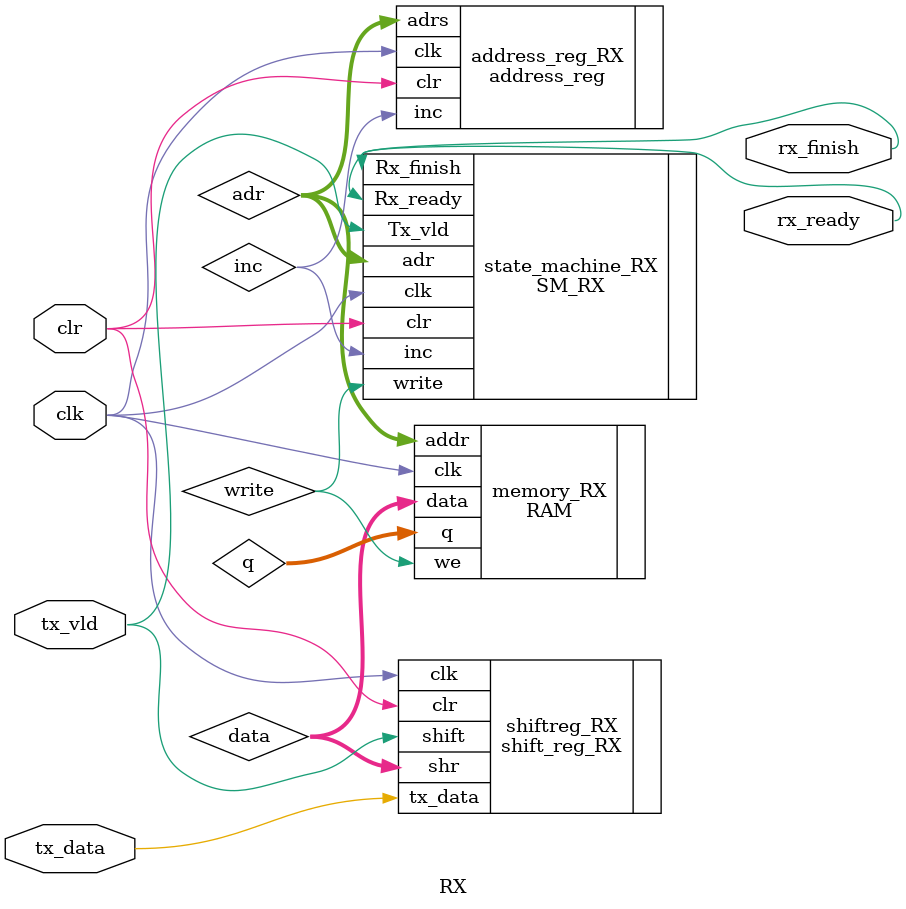
<source format=v>
`timescale 1ns/1ns

module RX (
    output wire rx_ready,
    output wire rx_finish,
    input wire tx_vld,
    input wire clk,
    input wire clr,
    input wire tx_data
);

    wire write, inc;
    wire [1:0] adr;
    wire [7:0] data, q;

    // Instantiate state machine module
    SM_RX state_machine_RX (
        .clk(clk),
        .clr(clr),
        .Tx_vld(tx_vld),
        .adr(adr),
        .Rx_ready(rx_ready),
        .write(write),
        .inc(inc),
        .Rx_finish(rx_finish)
    );

    // Instantiate RAM module
    RAM memory_RX (
        .addr(adr),
        .data(data),
        .we(write),
        .clk(clk),
        .q(q)
    );

    // Instantiate shift register module
    shift_reg_RX shiftreg_RX (
        .clk(clk),
        .clr(clr),
        .shift(tx_vld),
        .tx_data(tx_data),
        .shr(data)
    );

    // Instantiate address register module
    address_reg address_reg_RX (
        .clk(clk),
        .clr(clr),
        .inc(inc),
        .adrs(adr)
    );

endmodule

</source>
